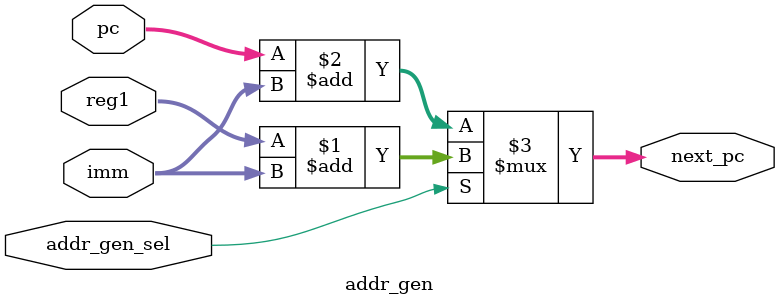
<source format=sv>
module addr_gen(
    input addr_gen_sel,
    input [31:0] pc,
    input [31:0] reg1,
    input [31:0] imm,

    output [31:0] next_pc
);

assign next_pc = (addr_gen_sel) ? (reg1 + imm) : (pc + imm);

endmodule
</source>
